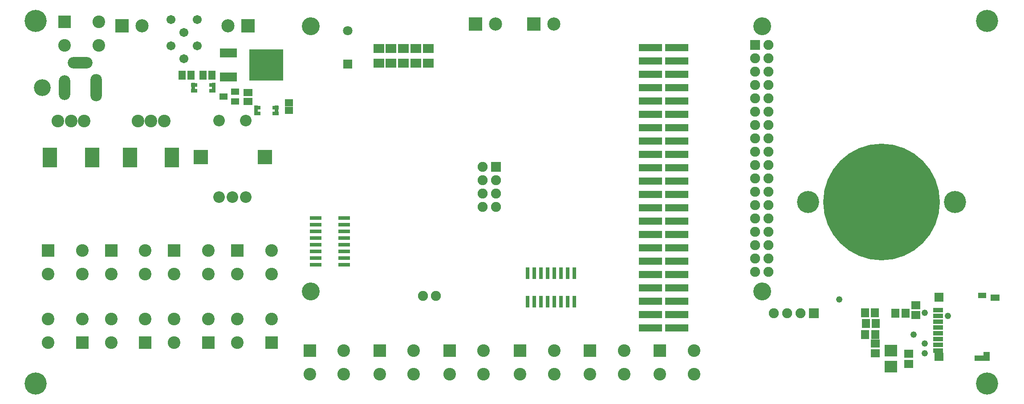
<source format=gbs>
G04*
G04 #@! TF.GenerationSoftware,Altium Limited,Altium Designer,19.1.8 (144)*
G04*
G04 Layer_Color=16711935*
%FSLAX25Y25*%
%MOIN*%
G70*
G01*
G75*
%ADD15R,0.05918X0.06706*%
%ADD16R,0.06706X0.05918*%
%ADD17C,0.07493*%
%ADD18R,0.07493X0.07493*%
%ADD19R,0.10642X0.10642*%
%ADD20C,0.08674*%
%ADD21R,0.09855X0.09855*%
%ADD22C,0.09855*%
%ADD23C,0.09461*%
%ADD24R,0.09461X0.09461*%
%ADD25R,0.07493X0.07493*%
%ADD26R,0.10642X0.14580*%
%ADD27C,0.12611*%
%ADD28O,0.18517X0.08674*%
%ADD29O,0.08674X0.18517*%
%ADD30O,0.08674X0.20485*%
%ADD31C,0.06706*%
%ADD32R,0.07099X0.07099*%
%ADD33C,0.07099*%
%ADD34C,0.13398*%
%ADD35C,0.04800*%
%ADD36C,0.16548*%
%ADD37C,0.87414*%
%ADD86R,0.07690X0.03556*%
%ADD87R,0.06706X0.06706*%
%ADD88R,0.06706X0.03950*%
%ADD89R,0.04737X0.06509*%
%ADD90R,0.06312X0.03950*%
%ADD91R,0.06902X0.04737*%
%ADD92R,0.03162X0.07296*%
%ADD93R,0.05131X0.03064*%
%ADD94R,0.25210X0.23635*%
%ADD95R,0.12611X0.07099*%
%ADD96R,0.06115X0.05328*%
%ADD97R,0.06509X0.05524*%
%ADD98R,0.06312X0.04737*%
%ADD99R,0.05524X0.06509*%
%ADD100R,0.03162X0.08674*%
%ADD101R,0.17493X0.05800*%
%ADD102R,0.08674X0.03162*%
%ADD103R,0.07887X0.07099*%
%ADD104R,0.09461X0.08674*%
D15*
X655760Y-235000D02*
D03*
X663240D02*
D03*
X640378Y-234500D02*
D03*
X632898D02*
D03*
X633071Y-250787D02*
D03*
X640551D02*
D03*
X633464Y-242520D02*
D03*
X640945D02*
D03*
D16*
X688232Y-267539D02*
D03*
X671000Y-236240D02*
D03*
Y-228760D02*
D03*
X665536Y-265369D02*
D03*
Y-272849D02*
D03*
X640551Y-257480D02*
D03*
Y-264961D02*
D03*
D17*
X302051Y-221992D02*
D03*
X311563D02*
D03*
X560500Y-33992D02*
D03*
X550500Y-43992D02*
D03*
X560500D02*
D03*
X550500Y-53992D02*
D03*
X560500D02*
D03*
X550500Y-63992D02*
D03*
X560500D02*
D03*
X550500Y-73992D02*
D03*
X560500D02*
D03*
X550500Y-83992D02*
D03*
X560500D02*
D03*
X550500Y-93992D02*
D03*
X560500D02*
D03*
X550500Y-103992D02*
D03*
X560500D02*
D03*
X550500Y-113992D02*
D03*
X560500D02*
D03*
X550500Y-123992D02*
D03*
X560500D02*
D03*
X550500Y-133992D02*
D03*
X560500D02*
D03*
X550500Y-143992D02*
D03*
X560500D02*
D03*
X550500Y-153992D02*
D03*
X560500D02*
D03*
X550500Y-163992D02*
D03*
X560500D02*
D03*
X550500Y-173992D02*
D03*
X560500D02*
D03*
X550500Y-183992D02*
D03*
X560500D02*
D03*
X550500Y-193992D02*
D03*
X560500D02*
D03*
Y-203992D02*
D03*
X550500D02*
D03*
X346571Y-125197D02*
D03*
X356571Y-135197D02*
D03*
X346571D02*
D03*
X356571Y-145197D02*
D03*
X346571D02*
D03*
X356571Y-155197D02*
D03*
X346571D02*
D03*
X564488Y-235039D02*
D03*
X574488D02*
D03*
X584488D02*
D03*
D18*
X550500Y-33992D02*
D03*
X594488Y-235039D02*
D03*
D19*
X135516Y-117905D02*
D03*
X183547D02*
D03*
D20*
X149138Y-90405D02*
D03*
X169138D02*
D03*
X149138Y-147906D02*
D03*
X159138D02*
D03*
X169138D02*
D03*
D21*
X76500Y-19500D02*
D03*
X171000D02*
D03*
X341338Y-18110D02*
D03*
X385020D02*
D03*
D22*
X91500Y-19500D02*
D03*
X156000D02*
D03*
X356339Y-18110D02*
D03*
X400020D02*
D03*
D23*
X59295Y-16642D02*
D03*
X59296Y-34358D02*
D03*
X33704D02*
D03*
X162992Y-205709D02*
D03*
X188583D02*
D03*
X188583Y-187992D02*
D03*
X28665Y-90740D02*
D03*
X48350D02*
D03*
X38508D02*
D03*
X162992Y-256890D02*
D03*
X162992Y-239173D02*
D03*
X188583D02*
D03*
X21260Y-256890D02*
D03*
X21260Y-239173D02*
D03*
X46851D02*
D03*
X46850Y-187992D02*
D03*
X46851Y-205709D02*
D03*
X21260D02*
D03*
X295079Y-262795D02*
D03*
X295079Y-280512D02*
D03*
X269488D02*
D03*
X88508Y-90740D02*
D03*
X108193D02*
D03*
X98350D02*
D03*
X115748Y-256890D02*
D03*
X115748Y-239173D02*
D03*
X141339D02*
D03*
X68504Y-256890D02*
D03*
X68503Y-239173D02*
D03*
X94095D02*
D03*
X504921Y-262795D02*
D03*
X504922Y-280512D02*
D03*
X479330D02*
D03*
X452559Y-262795D02*
D03*
X452560Y-280512D02*
D03*
X426968D02*
D03*
X400197Y-262795D02*
D03*
X400197Y-280512D02*
D03*
X374606D02*
D03*
X347441Y-262795D02*
D03*
X347441Y-280512D02*
D03*
X321850D02*
D03*
X242717Y-262795D02*
D03*
X242717Y-280512D02*
D03*
X217126D02*
D03*
X141339Y-187992D02*
D03*
X141339Y-205709D02*
D03*
X115748D02*
D03*
X94095Y-187992D02*
D03*
X94095Y-205709D02*
D03*
X68503D02*
D03*
D24*
X33705Y-16642D02*
D03*
X162992Y-187992D02*
D03*
X188583Y-256890D02*
D03*
X46850D02*
D03*
X21260Y-187992D02*
D03*
X269488Y-262795D02*
D03*
X141339Y-256890D02*
D03*
X94095D02*
D03*
X479331Y-262795D02*
D03*
X426968D02*
D03*
X374606D02*
D03*
X321850D02*
D03*
X217126D02*
D03*
X115748Y-187992D02*
D03*
X68504D02*
D03*
D25*
X356571Y-125197D02*
D03*
D26*
X22760Y-118299D02*
D03*
X54256D02*
D03*
X82602D02*
D03*
X114099D02*
D03*
D27*
X16965Y-66000D02*
D03*
D28*
X45311Y-47102D02*
D03*
D29*
X33500Y-66000D02*
D03*
D30*
X57122D02*
D03*
D31*
X132803Y-34421D02*
D03*
Y-14736D02*
D03*
X122960Y-44264D02*
D03*
Y-24579D02*
D03*
X113118Y-34421D02*
D03*
Y-14736D02*
D03*
D32*
X245500Y-48359D02*
D03*
D33*
Y-23359D02*
D03*
D34*
X555988Y-19992D02*
D03*
Y-218492D02*
D03*
X217799D02*
D03*
Y-19992D02*
D03*
D35*
X695000Y-237000D02*
D03*
X677500Y-265000D02*
D03*
X613500Y-224500D02*
D03*
X669385Y-250787D02*
D03*
X677500Y-257500D02*
D03*
X677527Y-234646D02*
D03*
D36*
X11811Y-287402D02*
D03*
Y-15748D02*
D03*
X724409Y-287402D02*
D03*
Y-15748D02*
D03*
X590158Y-151575D02*
D03*
X700394D02*
D03*
D37*
X645275D02*
D03*
D86*
X687740Y-245492D02*
D03*
Y-249823D02*
D03*
Y-254153D02*
D03*
Y-258484D02*
D03*
Y-262815D02*
D03*
Y-241161D02*
D03*
Y-236831D02*
D03*
Y-232500D02*
D03*
D87*
X688232Y-222854D02*
D03*
D88*
X718153Y-268524D02*
D03*
D89*
X724059Y-267244D02*
D03*
D90*
X720713Y-221476D02*
D03*
D91*
X730260Y-223051D02*
D03*
D92*
X192433Y-83000D02*
D03*
X177079D02*
D03*
X145143Y-66000D02*
D03*
X129788D02*
D03*
D93*
X191449Y-85116D02*
D03*
Y-80884D02*
D03*
X178063D02*
D03*
Y-85116D02*
D03*
X144158Y-68116D02*
D03*
Y-63884D02*
D03*
X130772D02*
D03*
Y-68116D02*
D03*
D94*
X184524Y-49000D02*
D03*
D95*
X156177Y-39984D02*
D03*
Y-58016D02*
D03*
D96*
X201500Y-77146D02*
D03*
Y-82854D02*
D03*
D97*
X171000Y-69653D02*
D03*
Y-76346D02*
D03*
D98*
X161331Y-76240D02*
D03*
X152669Y-72500D02*
D03*
X161331Y-68760D02*
D03*
D99*
X128347Y-56500D02*
D03*
X121653D02*
D03*
X137307D02*
D03*
X144000D02*
D03*
D100*
X415138Y-204941D02*
D03*
X410138D02*
D03*
X405138D02*
D03*
X400138D02*
D03*
X395138D02*
D03*
X390138D02*
D03*
X385138D02*
D03*
X380138D02*
D03*
Y-226201D02*
D03*
X385138D02*
D03*
X390138D02*
D03*
X395138D02*
D03*
X400138D02*
D03*
X405138D02*
D03*
X410138D02*
D03*
X415138D02*
D03*
D101*
X472303Y-35945D02*
D03*
Y-45945D02*
D03*
Y-55945D02*
D03*
Y-65945D02*
D03*
Y-75945D02*
D03*
Y-85945D02*
D03*
Y-95945D02*
D03*
Y-105945D02*
D03*
Y-115945D02*
D03*
Y-125945D02*
D03*
Y-135945D02*
D03*
Y-145945D02*
D03*
Y-155945D02*
D03*
Y-165945D02*
D03*
Y-175945D02*
D03*
Y-185945D02*
D03*
Y-195945D02*
D03*
Y-205945D02*
D03*
Y-215945D02*
D03*
Y-225945D02*
D03*
Y-235945D02*
D03*
Y-245945D02*
D03*
X492028D02*
D03*
Y-235945D02*
D03*
Y-225945D02*
D03*
Y-215945D02*
D03*
Y-205945D02*
D03*
Y-195945D02*
D03*
Y-185945D02*
D03*
Y-175945D02*
D03*
Y-165945D02*
D03*
Y-155945D02*
D03*
Y-145945D02*
D03*
Y-135945D02*
D03*
Y-125945D02*
D03*
Y-115945D02*
D03*
Y-105945D02*
D03*
Y-95945D02*
D03*
Y-85945D02*
D03*
Y-75945D02*
D03*
Y-65945D02*
D03*
Y-55945D02*
D03*
Y-45945D02*
D03*
Y-35945D02*
D03*
D102*
X242913Y-198500D02*
D03*
Y-193500D02*
D03*
Y-188500D02*
D03*
Y-183500D02*
D03*
Y-178500D02*
D03*
Y-173500D02*
D03*
Y-168500D02*
D03*
Y-163500D02*
D03*
X221654D02*
D03*
Y-168500D02*
D03*
Y-173500D02*
D03*
Y-178500D02*
D03*
Y-183500D02*
D03*
Y-188500D02*
D03*
Y-193500D02*
D03*
Y-198500D02*
D03*
D103*
X305906Y-36614D02*
D03*
Y-47638D02*
D03*
X296457Y-36614D02*
D03*
Y-47638D02*
D03*
X277953Y-36614D02*
D03*
Y-47638D02*
D03*
X268898Y-36614D02*
D03*
Y-47638D02*
D03*
X287402Y-36614D02*
D03*
Y-47638D02*
D03*
D104*
X652362Y-262992D02*
D03*
Y-274803D02*
D03*
M02*

</source>
